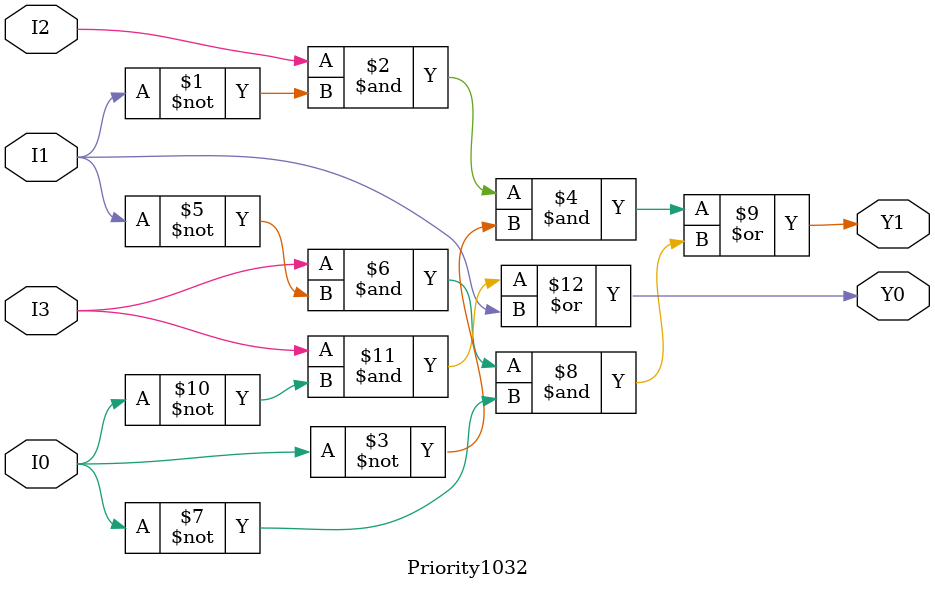
<source format=v>
module Priority1032(Y1,Y0,I3,I2,I1,I0);
output Y1,Y0;
input I3,I2,I1,I0;
assign Y1= (I2&~I1&~I0)|(I3&~I1&~I0);
assign Y0= (I3&~I0)|I1;
endmodule
</source>
